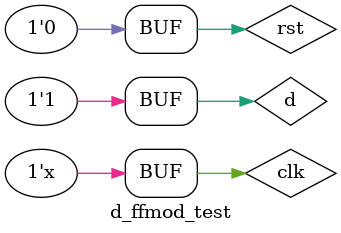
<source format=v>
`timescale 1ns / 1ps


module d_ffmod_test();

reg d, clk, rst;
wire q;
d_ffmod m1(q,d,clk,rst);

initial begin
    rst=1; clk=0;
    #10 rst=0; clk=1;
    #10 d=0;
    #10 d=1;
    //#10 $finish;
end  

always #5 clk=~clk;

initial begin
    $dumpfile("dump.vcd");
    $dumpvars(1);
end

endmodule

</source>
